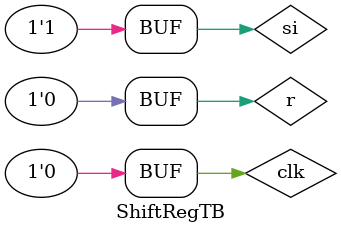
<source format=v>
module ShiftRegTB();
	reg si=1,clk=0,r=0;
	wire so;
	wire [7:0] parout;
	ShiftRG	U1(si,clk,r,so,parout);
	initial begin
	#100
	si=0;
	#100
	clk=1;
	#100
	si=1;
	clk=0;
	#100 si=0;
	#100 si=1;
	#100;
	end 
endmodule

</source>
